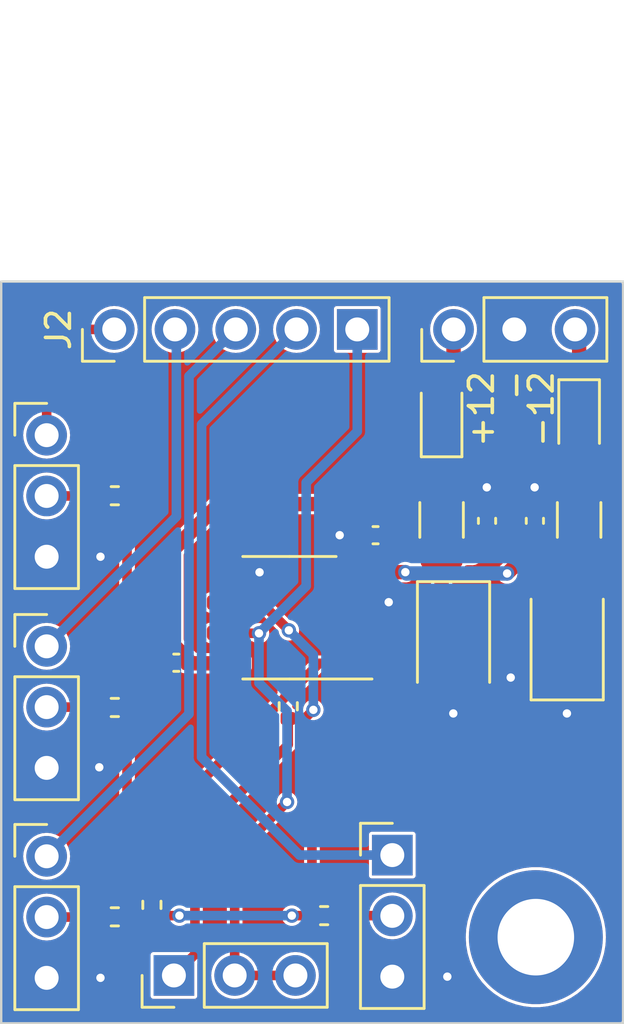
<source format=kicad_pcb>
(kicad_pcb (version 20221018) (generator pcbnew)
  (layers (0 "F.Cu" signal) (31 "B.Cu" signal) (34 "B.Paste" user) (35 "F.Paste" user) (36 "B.SilkS" user "B.Silkscreen") (37 "F.SilkS" user "F.Silkscreen") (38 "B.Mask" user) (39 "F.Mask" user) (44 "Edge.Cuts" user))
  (net 0 "")
  (net 1 "+12V")
  (net 2 "GND")
  (net 3 "-12V")
  (net 4 "Net-(D1-K)")
  (net 5 "Net-(D1-A)")
  (net 6 "Net-(D2-K)")
  (net 7 "Net-(D2-A)")
  (net 8 "/IN_1")
  (net 9 "/IN_2")
  (net 10 "/IN_3")
  (net 11 "/IN_4")
  (net 12 "/OUT")
  (net 13 "Net-(R1-Pad1)")
  (net 14 "Net-(U1A--)")
  (net 15 "Net-(R2-Pad1)")
  (net 16 "Net-(R3-Pad1)")
  (net 17 "Net-(R4-Pad1)")
  (net 18 "Net-(R5-Pad2)")
  (net 19 "Net-(U1B--)")
  (footprint "Resistor_SMD:R_0402_1005Metric" (layer "F.Cu") (at 118.35 121.55)
    (fp_text reference "R3" hide)
    (fp_text value "100k" hide)
    (fp_line (start -0.153641 -0.38) (end 0.153641 -0.38) (stroke (width 0.12)) (layer "F.SilkS"))
    (fp_line (start -0.153641 0.38) (end 0.153641 0.38) (stroke (width 0.12)) (layer "F.SilkS"))
    (pad "1" smd roundrect (at -0.51 0) (size 0.54 0.64) (layers "F.Cu" "F.Paste" "F.Mask") (net 16 "Net-(R3-Pad1)"))
    (pad "2" smd roundrect (at 0.51 0) (size 0.54 0.64) (layers "F.Cu" "F.Paste" "F.Mask") (net 14 "Net-(U1A--)"))
  )
  (footprint "Capacitor_Tantalum_SMD:CP_EIA-3528-12_Kemet-T" (layer "F.Cu") (at 137.26 110.025 90)
    (fp_text reference "C2" hide)
    (fp_text value "47uF" hide)
    (fp_line (start -2.46 -1.51) (end -2.46 1.51) (stroke (width 0.12)) (layer "F.SilkS"))
    (fp_line (start -2.46 1.51) (end 1.75 1.51) (stroke (width 0.12)) (layer "F.SilkS"))
    (fp_line (start 1.75 -1.51) (end -2.46 -1.51) (stroke (width 0.12)) (layer "F.SilkS"))
    (pad "1" smd roundrect (at -1.5375 0 90) (size 1.325 2.35) (layers "F.Cu" "F.Paste" "F.Mask") (roundrect_rratio 0.188679) (net 2 "GND"))
    (pad "2" smd roundrect (at 1.5375 0 90) (size 1.325 2.35) (layers "F.Cu" "F.Paste" "F.Mask") (roundrect_rratio 0.188679) (net 3 "-12V"))
  )
  (footprint "Diode_SMD:D_SOD-323" (layer "F.Cu") (at 137.76 100.7125 -90)
    (fp_text reference "D2" hide)
    (fp_text value "1N5819WS" hide)
    (fp_line (start -1.61 -0.85) (end -1.61 0.85) (stroke (width 0.12)) (layer "F.SilkS"))
    (fp_line (start -1.61 -0.85) (end 1.05 -0.85) (stroke (width 0.12)) (layer "F.SilkS"))
    (fp_line (start -1.61 0.85) (end 1.05 0.85) (stroke (width 0.12)) (layer "F.SilkS"))
    (pad "1" smd roundrect (at -1.05 0 270) (size 0.6 0.45) (layers "F.Cu" "F.Paste" "F.Mask") (net 6 "Net-(D2-K)"))
    (pad "2" smd roundrect (at 1.05 0 270) (size 0.6 0.45) (layers "F.Cu" "F.Paste" "F.Mask") (net 7 "Net-(D2-A)"))
  )
  (footprint "Resistor_SMD:R_1206_3216Metric" (layer "F.Cu") (at 132.01 104.9625 90)
    (fp_text reference "R29" hide)
    (fp_text value "10R" hide)
    (fp_line (start -0.727064 -0.91) (end 0.727064 -0.91) (stroke (width 0.12)) (layer "F.SilkS"))
    (fp_line (start -0.727064 0.91) (end 0.727064 0.91) (stroke (width 0.12)) (layer "F.SilkS"))
    (pad "1" smd roundrect (at -1.4625 0 90) (size 1.125 1.75) (layers "F.Cu" "F.Paste" "F.Mask") (roundrect_rratio 0.2222222222) (net 1 "+12V"))
    (pad "2" smd roundrect (at 1.4625 0 90) (size 1.125 1.75) (layers "F.Cu" "F.Paste" "F.Mask") (roundrect_rratio 0.2222222222) (net 4 "Net-(D1-K)"))
  )
  (footprint "Resistor_SMD:R_0402_1005Metric" (layer "F.Cu") (at 127.1 121.5 180)
    (fp_text reference "R4" hide)
    (fp_text value "100k" hide)
    (fp_line (start -0.153641 -0.38) (end 0.153641 -0.38) (stroke (width 0.12)) (layer "F.SilkS"))
    (fp_line (start -0.153641 0.38) (end 0.153641 0.38) (stroke (width 0.12)) (layer "F.SilkS"))
    (pad "1" smd roundrect (at -0.51 0 180) (size 0.54 0.64) (layers "F.Cu" "F.Paste" "F.Mask") (net 17 "Net-(R4-Pad1)"))
    (pad "2" smd roundrect (at 0.51 0 180) (size 0.54 0.64) (layers "F.Cu" "F.Paste" "F.Mask") (net 14 "Net-(U1A--)"))
  )
  (footprint "Connector_PinHeader_2.54mm:PinHeader_1x03_P2.54mm_Vertical" (layer "F.Cu") (at 132.51 97 90)
    (fp_text reference "J1" hide)
    (fp_text value "ALIMENTAZIONE")
    (fp_line (start -1.33 -1.33) (end 0 -1.33) (stroke (width 0.12)) (layer "F.SilkS"))
    (fp_line (start -1.33 0) (end -1.33 -1.33) (stroke (width 0.12)) (layer "F.SilkS"))
    (fp_line (start -1.33 1.27) (end -1.33 6.41) (stroke (width 0.12)) (layer "F.SilkS"))
    (fp_line (start -1.33 1.27) (end 1.33 1.27) (stroke (width 0.12)) (layer "F.SilkS"))
    (fp_line (start -1.33 6.41) (end 1.33 6.41) (stroke (width 0.12)) (layer "F.SilkS"))
    (fp_line (start 1.33 1.27) (end 1.33 6.41) (stroke (width 0.12)) (layer "F.SilkS"))
    (pad "1" thru_hole oval (at 0 0 90) (size 1.7 1.7) (drill 1) (layers "*.Cu" "*.Mask") (net 5 "Net-(D1-A)"))
    (pad "2" thru_hole rect (at 0 2.54 90) (size 1.7 1.7) (drill 1) (layers "*.Cu" "*.Mask") (net 2 "GND"))
    (pad "3" thru_hole oval (at 0 5.08 90) (size 1.7 1.7) (drill 1) (layers "*.Cu" "*.Mask") (net 6 "Net-(D2-K)"))
  )
  (footprint "Resistor_SMD:R_0402_1005Metric" (layer "F.Cu") (at 118.35 112.8)
    (fp_text reference "R2" hide)
    (fp_text value "100k" hide)
    (fp_line (start -0.153641 -0.38) (end 0.153641 -0.38) (stroke (width 0.12)) (layer "F.SilkS"))
    (fp_line (start -0.153641 0.38) (end 0.153641 0.38) (stroke (width 0.12)) (layer "F.SilkS"))
    (pad "1" smd roundrect (at -0.51 0) (size 0.54 0.64) (layers "F.Cu" "F.Paste" "F.Mask") (net 15 "Net-(R2-Pad1)"))
    (pad "2" smd roundrect (at 0.51 0) (size 0.54 0.64) (layers "F.Cu" "F.Paste" "F.Mask") (net 14 "Net-(U1A--)"))
  )
  (footprint "Connector_PinHeader_2.54mm:PinHeader_1x05_P2.54mm_Vertical" (layer "F.Cu") (at 118.325 97 90)
    (fp_text reference "J2" (at 0 -2.33 90) (layer "F.SilkS"))
    (fp_text value "INPUT/OUTPUT")
    (fp_line (start -1.33 -1.33) (end 0 -1.33) (stroke (width 0.12)) (layer "F.SilkS"))
    (fp_line (start -1.33 0) (end -1.33 -1.33) (stroke (width 0.12)) (layer "F.SilkS"))
    (fp_line (start -1.33 1.27) (end -1.33 11.49) (stroke (width 0.12)) (layer "F.SilkS"))
    (fp_line (start -1.33 1.27) (end 1.33 1.27) (stroke (width 0.12)) (layer "F.SilkS"))
    (fp_line (start -1.33 11.49) (end 1.33 11.49) (stroke (width 0.12)) (layer "F.SilkS"))
    (fp_line (start 1.33 1.27) (end 1.33 11.49) (stroke (width 0.12)) (layer "F.SilkS"))
    (pad "1" thru_hole oval (at 0 0 90) (size 1.7 1.7) (drill 1) (layers "*.Cu" "*.Mask") (net 8 "/IN_1"))
    (pad "2" thru_hole oval (at 0 2.54 90) (size 1.7 1.7) (drill 1) (layers "*.Cu" "*.Mask") (net 9 "/IN_2"))
    (pad "3" thru_hole oval (at 0 5.08 90) (size 1.7 1.7) (drill 1) (layers "*.Cu" "*.Mask") (net 10 "/IN_3"))
    (pad "4" thru_hole oval (at 0 7.62 90) (size 1.7 1.7) (drill 1) (layers "*.Cu" "*.Mask") (net 11 "/IN_4"))
    (pad "5" thru_hole rect (at 0 10.16 90) (size 1.7 1.7) (drill 1) (layers "*.Cu" "*.Mask") (net 12 "/OUT"))
  )
  (footprint "Resistor_SMD:R_0402_1005Metric" (layer "F.Cu") (at 118.35 103.95)
    (fp_text reference "R1" hide)
    (fp_text value "100k" hide)
    (fp_line (start -0.153641 -0.38) (end 0.153641 -0.38) (stroke (width 0.12)) (layer "F.SilkS"))
    (fp_line (start -0.153641 0.38) (end 0.153641 0.38) (stroke (width 0.12)) (layer "F.SilkS"))
    (pad "1" smd roundrect (at -0.51 0) (size 0.54 0.64) (layers "F.Cu" "F.Paste" "F.Mask") (net 13 "Net-(R1-Pad1)"))
    (pad "2" smd roundrect (at 0.51 0) (size 0.54 0.64) (layers "F.Cu" "F.Paste" "F.Mask") (net 14 "Net-(U1A--)"))
  )
  (footprint "Capacitor_SMD:C_0402_1005Metric" (layer "F.Cu") (at 129.25 105.6)
    (fp_text reference "C6" hide)
    (fp_text value "100nF" hide)
    (fp_line (start -0.107836 -0.36) (end 0.107836 -0.36) (stroke (width 0.12)) (layer "F.SilkS"))
    (fp_line (start -0.107836 0.36) (end 0.107836 0.36) (stroke (width 0.12)) (layer "F.SilkS"))
    (pad "1" smd roundrect (at -0.48 0) (size 0.56 0.62) (layers "F.Cu" "F.Paste" "F.Mask") (net 2 "GND"))
    (pad "2" smd roundrect (at 0.48 0) (size 0.56 0.62) (layers "F.Cu" "F.Paste" "F.Mask") (net 3 "-12V"))
  )
  (footprint "Package_SO:SO-8_3.9x4.9mm_P1.27mm" (layer "F.Cu") (at 125.65 109.05 180)
    (fp_text reference "U1" hide)
    (fp_text value "TL072" hide)
    (fp_line (start 0 -2.56) (end -3.45 -2.56) (stroke (width 0.12)) (layer "F.SilkS"))
    (fp_line (start 0 -2.56) (end 1.95 -2.56) (stroke (width 0.12)) (layer "F.SilkS"))
    (fp_line (start 0 2.56) (end -1.95 2.56) (stroke (width 0.12)) (layer "F.SilkS"))
    (fp_line (start 0 2.56) (end 1.95 2.56) (stroke (width 0.12)) (layer "F.SilkS"))
    (pad "1" smd roundrect (at -2.575 -1.905 180) (size 1.75 0.6) (layers "F.Cu" "F.Paste" "F.Mask") (net 18 "Net-(R5-Pad2)"))
    (pad "2" smd roundrect (at -2.575 -0.635 180) (size 1.75 0.6) (layers "F.Cu" "F.Paste" "F.Mask") (net 14 "Net-(U1A--)"))
    (pad "3" smd roundrect (at -2.575 0.635 180) (size 1.75 0.6) (layers "F.Cu" "F.Paste" "F.Mask") (net 2 "GND"))
    (pad "4" smd roundrect (at -2.575 1.905 180) (size 1.75 0.6) (layers "F.Cu" "F.Paste" "F.Mask") (net 3 "-12V"))
    (pad "5" smd roundrect (at 2.575 1.905 180) (size 1.75 0.6) (layers "F.Cu" "F.Paste" "F.Mask") (net 2 "GND"))
    (pad "6" smd roundrect (at 2.575 0.635 180) (size 1.75 0.6) (layers "F.Cu" "F.Paste" "F.Mask") (net 19 "Net-(U1B--)"))
    (pad "7" smd roundrect (at 2.575 -0.635 180) (size 1.75 0.6) (layers "F.Cu" "F.Paste" "F.Mask") (net 12 "/OUT"))
    (pad "8" smd roundrect (at 2.575 -1.905 180) (size 1.75 0.6) (layers "F.Cu" "F.Paste" "F.Mask") (net 1 "+12V"))
  )
  (footprint "Capacitor_SMD:C_0402_1005Metric" (layer "F.Cu") (at 135.91 105 -90)
    (fp_text reference "C4" hide)
    (fp_text value "100nF" hide)
    (fp_line (start -0.107836 -0.36) (end 0.107836 -0.36) (stroke (width 0.12)) (layer "F.SilkS"))
    (fp_line (start -0.107836 0.36) (end 0.107836 0.36) (stroke (width 0.12)) (layer "F.SilkS"))
    (pad "1" smd roundrect (at -0.48 0 270) (size 0.56 0.62) (layers "F.Cu" "F.Paste" "F.Mask") (net 2 "GND"))
    (pad "2" smd roundrect (at 0.48 0 270) (size 0.56 0.62) (layers "F.Cu" "F.Paste" "F.Mask") (net 3 "-12V"))
  )
  (footprint "Connector_PinHeader_2.54mm:PinHeader_1x03_P2.54mm_Vertical" (layer "F.Cu") (at 115.5 119.02)
    (fp_text reference "RV3" hide)
    (fp_text value "100k lin/log" hide)
    (fp_line (start -1.33 -1.33) (end 0 -1.33) (stroke (width 0.12)) (layer "F.SilkS"))
    (fp_line (start -1.33 0) (end -1.33 -1.33) (stroke (width 0.12)) (layer "F.SilkS"))
    (fp_line (start -1.33 1.27) (end -1.33 6.41) (stroke (width 0.12)) (layer "F.SilkS"))
    (fp_line (start -1.33 1.27) (end 1.33 1.27) (stroke (width 0.12)) (layer "F.SilkS"))
    (fp_line (start -1.33 6.41) (end 1.33 6.41) (stroke (width 0.12)) (layer "F.SilkS"))
    (fp_line (start 1.33 1.27) (end 1.33 6.41) (stroke (width 0.12)) (layer "F.SilkS"))
    (pad "1" thru_hole oval (at 0 0) (size 1.7 1.7) (drill 1) (layers "*.Cu" "*.Mask") (net 10 "/IN_3"))
    (pad "2" thru_hole oval (at 0 2.54) (size 1.7 1.7) (drill 1) (layers "*.Cu" "*.Mask") (net 16 "Net-(R3-Pad1)"))
    (pad "3" thru_hole rect (at 0 5.08) (size 1.7 1.7) (drill 1) (layers "*.Cu" "*.Mask") (net 2 "GND"))
  )
  (footprint "Capacitor_SMD:C_0402_1005Metric" (layer "F.Cu") (at 133.91 105 90)
    (fp_text reference "C3" hide)
    (fp_text value "100nF" hide)
    (fp_line (start -0.107836 -0.36) (end 0.107836 -0.36) (stroke (width 0.12)) (layer "F.SilkS"))
    (fp_line (start -0.107836 0.36) (end 0.107836 0.36) (stroke (width 0.12)) (layer "F.SilkS"))
    (pad "1" smd roundrect (at -0.48 0 90) (size 0.56 0.62) (layers "F.Cu" "F.Paste" "F.Mask") (net 1 "+12V"))
    (pad "2" smd roundrect (at 0.48 0 90) (size 0.56 0.62) (layers "F.Cu" "F.Paste" "F.Mask") (net 2 "GND"))
  )
  (footprint "Connector_PinHeader_2.54mm:PinHeader_1x03_P2.54mm_Vertical" (layer "F.Cu") (at 129.95 118.97)
    (fp_text reference "RV4" hide)
    (fp_text value "100k lin/log" hide)
    (fp_line (start -1.33 -1.33) (end 0 -1.33) (stroke (width 0.12)) (layer "F.SilkS"))
    (fp_line (start -1.33 0) (end -1.33 -1.33) (stroke (width 0.12)) (layer "F.SilkS"))
    (fp_line (start -1.33 1.27) (end -1.33 6.41) (stroke (width 0.12)) (layer "F.SilkS"))
    (fp_line (start -1.33 1.27) (end 1.33 1.27) (stroke (width 0.12)) (layer "F.SilkS"))
    (fp_line (start -1.33 6.41) (end 1.33 6.41) (stroke (width 0.12)) (layer "F.SilkS"))
    (fp_line (start 1.33 1.27) (end 1.33 6.41) (stroke (width 0.12)) (layer "F.SilkS"))
    (pad "1" thru_hole rect (at 0 0) (size 1.7 1.7) (drill 1) (layers "*.Cu" "*.Mask") (net 11 "/IN_4"))
    (pad "2" thru_hole oval (at 0 2.54) (size 1.7 1.7) (drill 1) (layers "*.Cu" "*.Mask") (net 17 "Net-(R4-Pad1)"))
    (pad "3" thru_hole oval (at 0 5.08) (size 1.7 1.7) (drill 1) (layers "*.Cu" "*.Mask") (net 2 "GND"))
  )
  (footprint "Resistor_SMD:R_0402_1005Metric" (layer "F.Cu") (at 119.9 121.05 90)
    (fp_text reference "R5" hide)
    (fp_text value "100k" hide)
    (fp_line (start -0.153641 -0.38) (end 0.153641 -0.38) (stroke (width 0.12)) (layer "F.SilkS"))
    (fp_line (start -0.153641 0.38) (end 0.153641 0.38) (stroke (width 0.12)) (layer "F.SilkS"))
    (pad "1" smd roundrect (at -0.51 0 90) (size 0.54 0.64) (layers "F.Cu" "F.Paste" "F.Mask") (net 14 "Net-(U1A--)"))
    (pad "2" smd roundrect (at 0.51 0 90) (size 0.54 0.64) (layers "F.Cu" "F.Paste" "F.Mask") (net 18 "Net-(R5-Pad2)"))
  )
  (footprint "Connector_PinHeader_2.54mm:PinHeader_1x03_P2.54mm_Vertical" (layer "F.Cu") (at 115.5 101.42)
    (fp_text reference "RV1" hide)
    (fp_text value "100k lin/log" hide)
    (fp_line (start -1.33 -1.33) (end 0 -1.33) (stroke (width 0.12)) (layer "F.SilkS"))
    (fp_line (start -1.33 0) (end -1.33 -1.33) (stroke (width 0.12)) (layer "F.SilkS"))
    (fp_line (start -1.33 1.27) (end -1.33 6.41) (stroke (width 0.12)) (layer "F.SilkS"))
    (fp_line (start -1.33 1.27) (end 1.33 1.27) (stroke (width 0.12)) (layer "F.SilkS"))
    (fp_line (start -1.33 6.41) (end 1.33 6.41) (stroke (width 0.12)) (layer "F.SilkS"))
    (fp_line (start 1.33 1.27) (end 1.33 6.41) (stroke (width 0.12)) (layer "F.SilkS"))
    (pad "1" thru_hole oval (at 0 0) (size 1.7 1.7) (drill 1) (layers "*.Cu" "*.Mask") (net 8 "/IN_1"))
    (pad "2" thru_hole oval (at 0 2.54) (size 1.7 1.7) (drill 1) (layers "*.Cu" "*.Mask") (net 13 "Net-(R1-Pad1)"))
    (pad "3" thru_hole rect (at 0 5.08) (size 1.7 1.7) (drill 1) (layers "*.Cu" "*.Mask") (net 2 "GND"))
  )
  (footprint "Capacitor_SMD:C_0402_1005Metric" (layer "F.Cu") (at 120.92 110.93 180)
    (fp_text reference "C5" hide)
    (fp_text value "100nF" hide)
    (fp_line (start -0.107836 -0.36) (end 0.107836 -0.36) (stroke (width 0.12)) (layer "F.SilkS"))
    (fp_line (start -0.107836 0.36) (end 0.107836 0.36) (stroke (width 0.12)) (layer "F.SilkS"))
    (pad "1" smd roundrect (at -0.48 0 180) (size 0.56 0.62) (layers "F.Cu" "F.Paste" "F.Mask") (net 1 "+12V"))
    (pad "2" smd roundrect (at 0.48 0 180) (size 0.56 0.62) (layers "F.Cu" "F.Paste" "F.Mask") (net 2 "GND"))
  )
  (footprint "MountingHole:MountingHole_3.2mm_M3_DIN965_Pad" (layer "F.Cu") (at 135.95 122.4)
    (fp_text reference "H1" hide)
    (fp_text value "MountingHole_3.2mm_M3_DIN965_Pad" hide)
    (pad "1" thru_hole circle (at 0 0) (size 5.6 5.6) (drill 3.2) (layers "*.Cu" "*.Mask"))
  )
  (footprint "Diode_SMD:D_SOD-323" (layer "F.Cu") (at 132.01 100.7125 90)
    (fp_text reference "D1" hide)
    (fp_text value "1N5819WS" hide)
    (fp_line (start -1.61 -0.85) (end -1.61 0.85) (stroke (width 0.12)) (layer "F.SilkS"))
    (fp_line (start -1.61 -0.85) (end 1.05 -0.85) (stroke (width 0.12)) (layer "F.SilkS"))
    (fp_line (start -1.61 0.85) (end 1.05 0.85) (stroke (width 0.12)) (layer "F.SilkS"))
    (pad "1" smd roundrect (at -1.05 0 90) (size 0.6 0.45) (layers "F.Cu" "F.Paste" "F.Mask") (net 4 "Net-(D1-K)"))
    (pad "2" smd roundrect (at 1.05 0 90) (size 0.6 0.45) (layers "F.Cu" "F.Paste" "F.Mask") (net 5 "Net-(D1-A)"))
  )
  (footprint "Resistor_SMD:R_0402_1005Metric" (layer "F.Cu") (at 125.6 112.75 -90)
    (fp_text reference "R6" hide)
    (fp_text value "68k" hide)
    (fp_line (start -0.153641 -0.38) (end 0.153641 -0.38) (stroke (width 0.12)) (layer "F.SilkS"))
    (fp_line (start -0.153641 0.38) (end 0.153641 0.38) (stroke (width 0.12)) (layer "F.SilkS"))
    (pad "1" smd roundrect (at -0.51 0 270) (size 0.54 0.64) (layers "F.Cu" "F.Paste" "F.Mask") (net 18 "Net-(R5-Pad2)"))
    (pad "2" smd roundrect (at 0.51 0 270) (size 0.54 0.64) (layers "F.Cu" "F.Paste" "F.Mask") (net 19 "Net-(U1B--)"))
  )
  (footprint "Resistor_SMD:R_1206_3216Metric" (layer "F.Cu") (at 137.76 104.9625 90)
    (fp_text reference "R30" hide)
    (fp_text value "10R" hide)
    (fp_line (start -0.727064 -0.91) (end 0.727064 -0.91) (stroke (width 0.12)) (layer "F.SilkS"))
    (fp_line (start -0.727064 0.91) (end 0.727064 0.91) (stroke (width 0.12)) (layer "F.SilkS"))
    (pad "1" smd roundrect (at -1.4625 0 90) (size 1.125 1.75) (layers "F.Cu" "F.Paste" "F.Mask") (roundrect_rratio 0.2222222222) (net 3 "-12V"))
    (pad "2" smd roundrect (at 1.4625 0 90) (size 1.125 1.75) (layers "F.Cu" "F.Paste" "F.Mask") (roundrect_rratio 0.2222222222) (net 7 "Net-(D2-A)"))
  )
  (footprint "Capacitor_Tantalum_SMD:CP_EIA-3528-12_Kemet-T" (layer "F.Cu") (at 132.51 110 -90)
    (fp_text reference "C1" hide)
    (fp_text value "47uF" hide)
    (fp_line (start -2.46 -1.51) (end -2.46 1.51) (stroke (width 0.12)) (layer "F.SilkS"))
    (fp_line (start -2.46 1.51) (end 1.75 1.51) (stroke (width 0.12)) (layer "F.SilkS"))
    (fp_line (start 1.75 -1.51) (end -2.46 -1.51) (stroke (width 0.12)) (layer "F.SilkS"))
    (pad "1" smd roundrect (at -1.5375 0 270) (size 1.325 2.35) (layers "F.Cu" "F.Paste" "F.Mask") (roundrect_rratio 0.188679) (net 1 "+12V"))
    (pad "2" smd roundrect (at 1.5375 0 270) (size 1.325 2.35) (layers "F.Cu" "F.Paste" "F.Mask") (roundrect_rratio 0.188679) (net 2 "GND"))
  )
  (footprint "Connector_PinHeader_2.54mm:PinHeader_1x03_P2.54mm_Vertical" (layer "F.Cu") (at 120.82 124 90)
    (fp_text reference "RV5" hide)
    (fp_text value "100k log" hide)
    (fp_line (start -1.33 -1.33) (end 0 -1.33) (stroke (width 0.12)) (layer "F.SilkS"))
    (fp_line (start -1.33 0) (end -1.33 -1.33) (stroke (width 0.12)) (layer "F.SilkS"))
    (fp_line (start -1.33 1.27) (end -1.33 6.41) (stroke (width 0.12)) (layer "F.SilkS"))
    (fp_line (start -1.33 1.27) (end 1.33 1.27) (stroke (width 0.12)) (layer "F.SilkS"))
    (fp_line (start -1.33 6.41) (end 1.33 6.41) (stroke (width 0.12)) (layer "F.SilkS"))
    (fp_line (start 1.33 1.27) (end 1.33 6.41) (stroke (width 0.12)) (layer "F.SilkS"))
    (pad "1" thru_hole rect (at 0 0 90) (size 1.7 1.7) (drill 1) (layers "*.Cu" "*.Mask") (net 19 "Net-(U1B--)"))
    (pad "2" thru_hole oval (at 0 2.54 90) (size 1.7 1.7) (drill 1) (layers "*.Cu" "*.Mask") (net 12 "/OUT"))
    (pad "3" thru_hole oval (at 0 5.08 90) (size 1.7 1.7) (drill 1) (layers "*.Cu" "*.Mask") (net 12 "/OUT"))
  )
  (footprint "Connector_PinHeader_2.54mm:PinHeader_1x03_P2.54mm_Vertical" (layer "F.Cu") (at 115.5 110.245)
    (fp_text reference "RV2" hide)
    (fp_text value "100k lin/log" hide)
    (fp_line (start -1.33 -1.33) (end 0 -1.33) (stroke (width 0.12)) (layer "F.SilkS"))
    (fp_line (start -1.33 0) (end -1.33 -1.33) (stroke (width 0.12)) (layer "F.SilkS"))
    (fp_line (start -1.33 1.27) (end -1.33 6.41) (stroke (width 0.12)) (layer "F.SilkS"))
    (fp_line (start -1.33 1.27) (end 1.33 1.27) (stroke (width 0.12)) (layer "F.SilkS"))
    (fp_line (start -1.33 6.41) (end 1.33 6.41) (stroke (width 0.12)) (layer "F.SilkS"))
    (fp_line (start 1.33 1.27) (end 1.33 6.41) (stroke (width 0.12)) (layer "F.SilkS"))
    (pad "1" thru_hole oval (at 0 0) (size 1.7 1.7) (drill 1) (layers "*.Cu" "*.Mask") (net 9 "/IN_2"))
    (pad "2" thru_hole oval (at 0 2.54) (size 1.7 1.7) (drill 1) (layers "*.Cu" "*.Mask") (net 15 "Net-(R2-Pad1)"))
    (pad "3" thru_hole rect (at 0 5.08) (size 1.7 1.7) (drill 1) (layers "*.Cu" "*.Mask") (net 2 "GND"))
  )
  (gr_rect (start 113.6 95) (end 139.6 126) (stroke (width 0.1)) (fill none) (layer "Edge.Cuts"))
  (gr_text "+12" (at 134.26 102 90) (layer "F.SilkS") (effects (font (size 1 1)) (justify left bottom)))
  (gr_text "-" (at 135.66 100.05 90) (layer "F.SilkS") (effects (font (size 1 1)) (justify left bottom)))
  (gr_text "-12" (at 136.76 102 90) (layer "F.SilkS") (effects (font (size 1 1)) (justify left bottom)))
  (segment (start 132.01 106.425) (end 133.285 106.425) (width 0.6) (layer "F.Cu") (net 1))
  (segment (start 132.01 106.425) (end 132.01 108.025) (width 0.6) (layer "F.Cu") (net 1))
  (segment (start 120.8 106.2) (end 122.7 104.3) (width 0.6) (layer "F.Cu") (net 1))
  (segment (start 121.4 110.778141) (end 120.8 110.178141) (width 0.6) (layer "F.Cu") (net 1))
  (segment (start 132.01 108.025) (end 132.51 108.525) (width 0.6) (layer "F.Cu") (net 1))
  (segment (start 121.425 110.955) (end 121.4 110.93) (width 0.6) (layer "F.Cu") (net 1))
  (segment (start 120.8 110.178141) (end 120.8 106.2) (width 0.6) (layer "F.Cu") (net 1))
  (segment (start 123.075 110.955) (end 121.425 110.955) (width 0.6) (layer "F.Cu") (net 1))
  (segment (start 133.91 105.8) (end 133.91 105.48) (width 0.6) (layer "F.Cu") (net 1))
  (segment (start 129.885 104.3) (end 132.01 106.425) (width 0.6) (layer "F.Cu") (net 1))
  (segment (start 121.4 110.93) (end 121.4 110.778141) (width 0.6) (layer "F.Cu") (net 1))
  (segment (start 122.7 104.3) (end 129.885 104.3) (width 0.6) (layer "F.Cu") (net 1))
  (segment (start 133.285 106.425) (end 133.91 105.8) (width 0.6) (layer "F.Cu") (net 1))
  (via (at 135.9 103.6) (size 0.6) (drill 0.35) (layers "F.Cu" "B.Cu") (net 2))
  (via (at 133.9 103.6) (size 0.6) (drill 0.35) (layers "F.Cu" "B.Cu") (net 2))
  (via (at 117.7 115.3) (size 0.6) (drill 0.35) (layers "F.Cu" "B.Cu") (net 2))
  (via (at 134.9 111.55) (size 0.6) (drill 0.35) (layers "F.Cu" "B.Cu") (net 2))
  (via (at 124.4 107.15) (size 0.6) (drill 0.35) (layers "F.Cu" "B.Cu") (net 2))
  (via (at 127.75 105.6) (size 0.6) (drill 0.35) (layers "F.Cu" "B.Cu") (net 2))
  (via (at 129.8 108.4) (size 0.6) (drill 0.35) (layers "F.Cu" "B.Cu") (net 2))
  (via (at 117.75 124.1) (size 0.6) (drill 0.35) (layers "F.Cu" "B.Cu") (net 2))
  (via (at 137.25 113.05) (size 0.6) (drill 0.35) (layers "F.Cu" "B.Cu") (net 2))
  (via (at 132.5 113.05) (size 0.6) (drill 0.35) (layers "F.Cu" "B.Cu") (net 2))
  (via (at 117.75 106.5) (size 0.6) (drill 0.35) (layers "F.Cu" "B.Cu") (net 2))
  (via (at 132.25 124.05) (size 0.6) (drill 0.35) (layers "F.Cu" "B.Cu") (net 2))
  (segment (start 128.225 107.145) (end 128.23 107.15) (width 0.6) (layer "F.Cu") (net 3))
  (segment (start 135.91 106.04) (end 134.75 107.2) (width 0.6) (layer "F.Cu") (net 3))
  (segment (start 135.91 105.8) (end 135.91 105.48) (width 0.6) (layer "F.Cu") (net 3))
  (segment (start 137.76 108.05) (end 137.26 108.55) (width 0.6) (layer "F.Cu") (net 3))
  (segment (start 129.73 106.67) (end 129.73 105.6) (width 0.6) (layer "F.Cu") (net 3))
  (segment (start 130.495 107.145) (end 129.255 107.145) (width 0.6) (layer "F.Cu") (net 3))
  (segment (start 137.76 106.425) (end 137.76 108.05) (width 0.6) (layer "F.Cu") (net 3))
  (segment (start 137.76 106.425) (end 136.535 106.425) (width 0.6) (layer "F.Cu") (net 3))
  (segment (start 135.91 105.48) (end 135.91 106.04) (width 0.6) (layer "F.Cu") (net 3))
  (segment (start 129.25 107.15) (end 129.73 106.67) (width 0.6) (layer "F.Cu") (net 3))
  (segment (start 129.255 107.145) (end 129.25 107.15) (width 0.6) (layer "F.Cu") (net 3))
  (segment (start 128.23 107.15) (end 129.25 107.15) (width 0.6) (layer "F.Cu") (net 3))
  (segment (start 136.535 106.425) (end 135.91 105.8) (width 0.6) (layer "F.Cu") (net 3))
  (via (at 134.75 107.2) (size 0.6) (drill 0.35) (layers "F.Cu" "B.Cu") (net 3))
  (via (at 130.495 107.145) (size 0.6) (drill 0.35) (layers "F.Cu" "B.Cu") (net 3))
  (segment (start 134.75 107.2) (end 130.55 107.2) (width 0.6) (layer "B.Cu") (net 3))
  (segment (start 130.55 107.2) (end 130.495 107.145) (width 0.6) (layer "B.Cu") (net 3))
  (segment (start 132.01 101.7625) (end 132.01 103.5) (width 0.6) (layer "F.Cu") (net 4))
  (segment (start 132.51 99.1625) (end 132.01 99.6625) (width 0.6) (layer "F.Cu") (net 5))
  (segment (start 132.51 97) (end 132.51 99.1625) (width 0.6) (layer "F.Cu") (net 5))
  (segment (start 137.76 99.6625) (end 137.76 97.17) (width 0.6) (layer "F.Cu") (net 6))
  (segment (start 137.76 97.17) (end 137.59 97) (width 0.6) (layer "F.Cu") (net 6))
  (segment (start 137.76 101.7625) (end 137.76 103.5) (width 0.6) (layer "F.Cu") (net 7))
  (segment (start 118.325 97) (end 117 97) (width 0.4) (layer "F.Cu") (net 8))
  (segment (start 115.5 98.5) (end 115.5 101.42) (width 0.4) (layer "F.Cu") (net 8))
  (segment (start 117 97) (end 115.5 98.5) (width 0.4) (layer "F.Cu") (net 8))
  (segment (start 120.923 97.058) (end 120.923 104.822) (width 0.4) (layer "B.Cu") (net 9))
  (segment (start 120.923 104.822) (end 115.5 110.245) (width 0.4) (layer "B.Cu") (net 9))
  (segment (start 120.865 97) (end 120.923 97.058) (width 0.4) (layer "B.Cu") (net 9))
  (segment (start 121.45 98.955) (end 123.405 97) (width 0.4) (layer "B.Cu") (net 10))
  (segment (start 115.5 119.02) (end 121.45 113.07) (width 0.4) (layer "B.Cu") (net 10))
  (segment (start 121.45 113.07) (end 121.45 98.955) (width 0.4) (layer "B.Cu") (net 10))
  (segment (start 121.977 100.968) (end 121.977 114.877) (width 0.4) (layer "B.Cu") (net 11))
  (segment (start 125.945 97) (end 121.977 100.968) (width 0.4) (layer "B.Cu") (net 11))
  (segment (start 121.977 114.877) (end 126.07 118.97) (width 0.4) (layer "B.Cu") (net 11))
  (segment (start 126.07 118.97) (end 129.95 118.97) (width 0.4) (layer "B.Cu") (net 11))
  (segment (start 123.36 118.94) (end 123.36 124) (width 0.4) (layer "F.Cu") (net 12))
  (segment (start 123.36 124) (end 125.9 124) (width 0.4) (layer "F.Cu") (net 12))
  (segment (start 124.3765 109.7) (end 123.09 109.7) (width 0.4) (layer "F.Cu") (net 12))
  (segment (start 125.55 116.75) (end 123.36 118.94) (width 0.4) (layer "F.Cu") (net 12))
  (via (at 124.3765 109.7) (size 0.6) (drill 0.35) (layers "F.Cu" "B.Cu") (net 12))
  (via (at 125.55 116.75) (size 0.6) (drill 0.35) (layers "F.Cu" "B.Cu") (net 12))
  (segment (start 126.35 107.7265) (end 126.35 103.4) (width 0.4) (layer "B.Cu") (net 12))
  (segment (start 124.3765 109.7) (end 124.3765 111.7765) (width 0.4) (layer "B.Cu") (net 12))
  (segment (start 128.485 101.265) (end 128.485 97) (width 0.4) (layer "B.Cu") (net 12))
  (segment (start 126.35 103.4) (end 128.485 101.265) (width 0.4) (layer "B.Cu") (net 12))
  (segment (start 124.3765 109.7) (end 126.35 107.7265) (width 0.4) (layer "B.Cu") (net 12))
  (segment (start 125.55 112.95) (end 125.55 116.75) (width 0.4) (layer "B.Cu") (net 12))
  (segment (start 124.3765 111.7765) (end 125.55 112.95) (width 0.4) (layer "B.Cu") (net 12))
  (segment (start 115.5 103.96) (end 117.83 103.96) (width 0.4) (layer "F.Cu") (net 13))
  (segment (start 117.83 103.96) (end 117.84 103.95) (width 0.4) (layer "F.Cu") (net 13))
  (segment (start 126.59 115.01) (end 129.9 111.7) (width 0.4) (layer "F.Cu") (net 14))
  (segment (start 129.435 109.685) (end 128.225 109.685) (width 0.4) (layer "F.Cu") (net 14))
  (segment (start 126.59 121.5) (end 126.59 115.01) (width 0.4) (layer "F.Cu") (net 14))
  (segment (start 119.96 121.5) (end 119.9 121.56) (width 0.4) (layer "F.Cu") (net 14))
  (segment (start 119.9 121.56) (end 118.87 121.56) (width 0.4) (layer "F.Cu") (net 14))
  (segment (start 129.9 111.7) (end 129.9 110.15) (width 0.4) (layer "F.Cu") (net 14))
  (segment (start 118.86 103.95) (end 118.86 112.8) (width 0.4) (layer "F.Cu") (net 14))
  (segment (start 129.9 110.15) (end 129.435 109.685) (width 0.4) (layer "F.Cu") (net 14))
  (segment (start 118.86 112.8) (end 118.86 121.55) (width 0.4) (layer "F.Cu") (net 14))
  (segment (start 126.59 121.5) (end 125.75 121.5) (width 0.4) (layer "F.Cu") (net 14))
  (segment (start 121.05 121.5) (end 119.96 121.5) (width 0.4) (layer "F.Cu") (net 14))
  (segment (start 118.87 121.56) (end 118.86 121.55) (width 0.4) (layer "F.Cu") (net 14))
  (via (at 121.05 121.5) (size 0.6) (drill 0.35) (layers "F.Cu" "B.Cu") (net 14))
  (via (at 125.75 121.5) (size 0.6) (drill 0.35) (layers "F.Cu" "B.Cu") (net 14))
  (segment (start 121.05 121.5) (end 125.75 121.5) (width 0.4) (layer "B.Cu") (net 14))
  (segment (start 117.825 112.785) (end 117.84 112.8) (width 0.4) (layer "F.Cu") (net 15))
  (segment (start 115.5 112.785) (end 117.825 112.785) (width 0.4) (layer "F.Cu") (net 15))
  (segment (start 117.83 121.56) (end 117.84 121.55) (width 0.4) (layer "F.Cu") (net 16))
  (segment (start 115.5 121.56) (end 117.83 121.56) (width 0.4) (layer "F.Cu") (net 16))
  (segment (start 127.61 121.5) (end 129.94 121.5) (width 0.4) (layer "F.Cu") (net 17))
  (segment (start 129.94 121.5) (end 129.95 121.51) (width 0.4) (layer "F.Cu") (net 17))
  (segment (start 125.61 112.24) (end 126.895 110.955) (width 0.4) (layer "F.Cu") (net 18))
  (segment (start 126.895 110.955) (end 128.225 110.955) (width 0.4) (layer "F.Cu") (net 18))
  (segment (start 119.9 117.94) (end 125.6 112.24) (width 0.4) (layer "F.Cu") (net 18))
  (segment (start 125.6 112.24) (end 125.61 112.24) (width 0.4) (layer "F.Cu") (net 18))
  (segment (start 119.9 120.54) (end 119.9 117.94) (width 0.4) (layer "F.Cu") (net 18))
  (segment (start 121.7 123.12) (end 120.82 124) (width 0.4) (layer "F.Cu") (net 19))
  (segment (start 121.7 118.25) (end 121.7 123.12) (width 0.4) (layer "F.Cu") (net 19))
  (segment (start 125.625 109.575) (end 124.465 108.415) (width 0.4) (layer "F.Cu") (net 19))
  (segment (start 125.6 113.26) (end 126.29 113.26) (width 0.4) (layer "F.Cu") (net 19))
  (segment (start 126.29 113.26) (end 126.65 112.9) (width 0.4) (layer "F.Cu") (net 19))
  (segment (start 125.6 113.26) (end 125.6 114.35) (width 0.4) (layer "F.Cu") (net 19))
  (segment (start 124.465 108.415) (end 123.075 108.415) (width 0.4) (layer "F.Cu") (net 19))
  (segment (start 125.6 114.35) (end 121.7 118.25) (width 0.4) (layer "F.Cu") (net 19))
  (via (at 125.625 109.575) (size 0.6) (drill 0.35) (layers "F.Cu" "B.Cu") (net 19))
  (via (at 126.65 112.9) (size 0.6) (drill 0.35) (layers "F.Cu" "B.Cu") (net 19))
  (segment (start 126.65 110.6) (end 126.65 112.9) (width 0.4) (layer "B.Cu") (net 19))
  (segment (start 125.625 109.575) (end 126.65 110.6) (width 0.4) (layer "B.Cu") (net 19))
  (zone (net 2) (net_name "GND") (layers "F&B.Cu") (connect_pads yes (clearance 0)) (min_thickness 0.254) (fill yes (thermal_gap 0) (thermal_bridge_width 0.54))
    (polygon (pts (xy 113.6 95) (xy 139.55 95) (xy 139.55 126) (xy 113.6 126)))
  )
)
</source>
